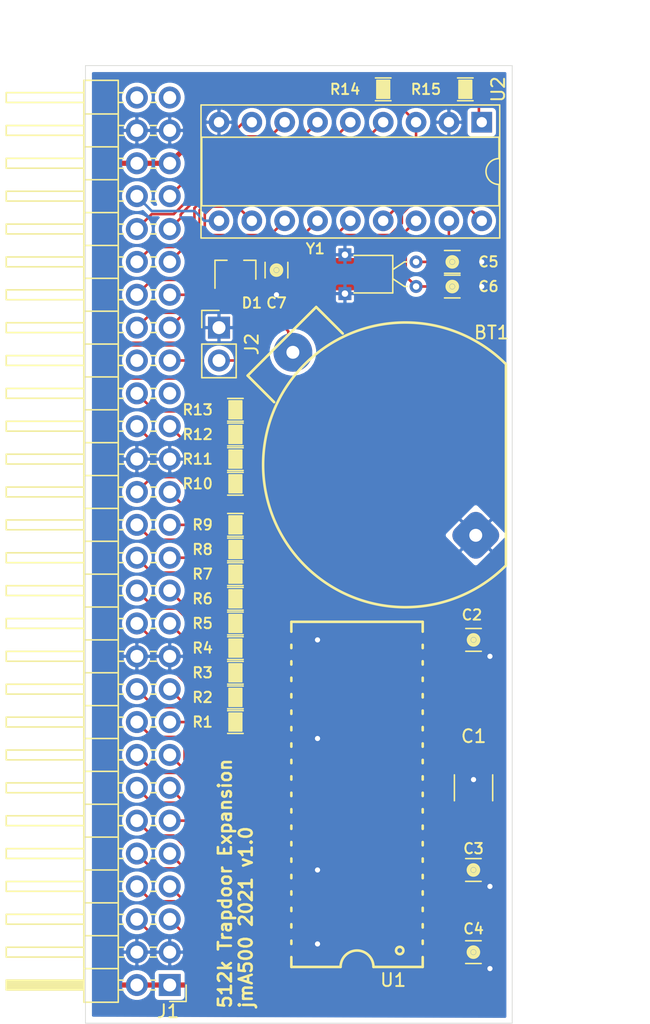
<source format=kicad_pcb>
(kicad_pcb (version 20171130) (host pcbnew 5.1.5+dfsg1-2build2)
  (layers (0 F.Cu signal) (31 B.Cu signal) (34 B.Paste user) (35 F.Paste user) (36 B.SilkS user) (37 F.SilkS user) (38 B.Mask user) (39 F.Mask user) (44 Edge.Cuts user))
  (net 0 "")
  (net 1 "Net-(BT1-Pad1)")
  (net 2 GND)
  (net 3 +5V)
  (net 4 "Net-(J1-Pad23)")
  (net 5 /A0)
  (net 6 "Net-(J1-Pad24)")
  (net 7 /A1)
  (net 8 "Net-(J1-Pad25)")
  (net 9 /A2)
  (net 10 "Net-(J1-Pad26)")
  (net 11 /A3)
  (net 12 "Net-(J1-Pad27)")
  (net 13 /A4)
  (net 14 "Net-(J1-Pad28)")
  (net 15 /A5)
  (net 16 "Net-(J1-Pad29)")
  (net 17 /A6)
  (net 18 "Net-(J1-Pad30)")
  (net 19 /A7)
  (net 20 "Net-(J1-Pad31)")
  (net 21 /A8)
  (net 22 "Net-(J1-Pad35)")
  (net 23 "Net-(J1-Pad36)")
  (net 24 "Net-(J1-Pad38)")
  (net 25 "Net-(J1-Pad39)")
  (net 26 /R~W)
  (net 27 /~RAS)
  (net 28 /~CASL)
  (net 29 /~CASU)
  (net 30 /D3)
  (net 31 /D2)
  (net 32 /D0)
  (net 33 /D1)
  (net 34 /D6)
  (net 35 /D7)
  (net 36 /D5)
  (net 37 /D4)
  (net 38 /D11)
  (net 39 /D10)
  (net 40 /D9)
  (net 41 /D8)
  (net 42 /D15)
  (net 43 /D14)
  (net 44 /D13)
  (net 45 /D12)
  (net 46 /~XCLKWR)
  (net 47 /XD3)
  (net 48 /XD2)
  (net 49 /XA2)
  (net 50 /XD1)
  (net 51 /XA3)
  (net 52 /XD0)
  (net 53 /XA4)
  (net 54 /~XCLKRD)
  (net 55 /XA5)
  (net 56 "Net-(C7-Pad2)")
  (net 57 "Net-(C5-Pad2)")
  (net 58 /~EXRAM)
  (net 59 "Net-(R14-Pad1)")
  (net 60 "Net-(R15-Pad2)")
  (net 61 "Net-(C6-Pad2)")
  (module Conn2:BAT-CR2023-45 (layer F.Cu) (at 67.666346 98.781346 315)
    (fp_text reference BT1 (at 7.488479 -11.943741) (layer F.SilkS))
    (fp_text value "CR2032 Battery Holder")
    (pad 1 thru_hole circle (at -2.3 0 315) (size 3 3) (drill 1) (layers *.Cu *.Mask) (net 1 "Net-(BT1-Pad1)"))
    (pad 2 thru_hole roundrect (at 17.7 0 315) (size 3 3) (drill 1) (layers *.Cu *.Mask) (net 2 GND))
  )
  (module Pin_Headers:Pin_Header_Angled_2x28_Pitch2.54mm (layer F.Cu) (at 56.515 146.05 180)
    (fp_text reference J1 (at 0.127 -2.032) (layer F.SilkS))
    (fp_text value TRAPDOOR-CONNECTOR)
    (pad 1 thru_hole rect (at 0 0 180) (size 1.7 1.7) (drill 1) (layers *.Cu *.Mask) (net 3 +5V))
    (pad 2 thru_hole oval (at 2.54 0 180) (size 1.7 1.7) (drill 1) (layers *.Cu *.Mask) (net 3 +5V))
    (pad 3 thru_hole oval (at 0 2.54 180) (size 1.7 1.7) (drill 1) (layers *.Cu *.Mask) (net 2 GND))
    (pad 4 thru_hole oval (at 2.54 2.54 180) (size 1.7 1.7) (drill 1) (layers *.Cu *.Mask) (net 2 GND))
    (pad 5 thru_hole oval (at 0 5.08 180) (size 1.7 1.7) (drill 1) (layers *.Cu *.Mask) (net 32 /D0))
    (pad 6 thru_hole oval (at 2.54 5.08 180) (size 1.7 1.7) (drill 1) (layers *.Cu *.Mask) (net 33 /D1))
    (pad 7 thru_hole oval (at 0 7.62 180) (size 1.7 1.7) (drill 1) (layers *.Cu *.Mask) (net 31 /D2))
    (pad 8 thru_hole oval (at 2.54 7.62 180) (size 1.7 1.7) (drill 1) (layers *.Cu *.Mask) (net 30 /D3))
    (pad 9 thru_hole oval (at 0 10.16 180) (size 1.7 1.7) (drill 1) (layers *.Cu *.Mask) (net 37 /D4))
    (pad 10 thru_hole oval (at 2.54 10.16 180) (size 1.7 1.7) (drill 1) (layers *.Cu *.Mask) (net 36 /D5))
    (pad 11 thru_hole oval (at 0 12.7 180) (size 1.7 1.7) (drill 1) (layers *.Cu *.Mask) (net 34 /D6))
    (pad 12 thru_hole oval (at 2.54 12.7 180) (size 1.7 1.7) (drill 1) (layers *.Cu *.Mask) (net 35 /D7))
    (pad 13 thru_hole oval (at 0 15.24 180) (size 1.7 1.7) (drill 1) (layers *.Cu *.Mask) (net 41 /D8))
    (pad 14 thru_hole oval (at 2.54 15.24 180) (size 1.7 1.7) (drill 1) (layers *.Cu *.Mask) (net 40 /D9))
    (pad 15 thru_hole oval (at 0 17.78 180) (size 1.7 1.7) (drill 1) (layers *.Cu *.Mask) (net 39 /D10))
    (pad 16 thru_hole oval (at 2.54 17.78 180) (size 1.7 1.7) (drill 1) (layers *.Cu *.Mask) (net 38 /D11))
    (pad 17 thru_hole oval (at 0 20.32 180) (size 1.7 1.7) (drill 1) (layers *.Cu *.Mask) (net 45 /D12))
    (pad 18 thru_hole oval (at 2.54 20.32 180) (size 1.7 1.7) (drill 1) (layers *.Cu *.Mask) (net 44 /D13))
    (pad 19 thru_hole oval (at 0 22.86 180) (size 1.7 1.7) (drill 1) (layers *.Cu *.Mask) (net 43 /D14))
    (pad 20 thru_hole oval (at 2.54 22.86 180) (size 1.7 1.7) (drill 1) (layers *.Cu *.Mask) (net 42 /D15))
    (pad 21 thru_hole oval (at 0 25.4 180) (size 1.7 1.7) (drill 1) (layers *.Cu *.Mask) (net 2 GND))
    (pad 22 thru_hole oval (at 2.54 25.4 180) (size 1.7 1.7) (drill 1) (layers *.Cu *.Mask) (net 2 GND))
    (pad 23 thru_hole oval (at 0 27.94 180) (size 1.7 1.7) (drill 1) (layers *.Cu *.Mask) (net 4 "Net-(J1-Pad23)"))
    (pad 24 thru_hole oval (at 2.54 27.94 180) (size 1.7 1.7) (drill 1) (layers *.Cu *.Mask) (net 6 "Net-(J1-Pad24)"))
    (pad 25 thru_hole oval (at 0 30.48 180) (size 1.7 1.7) (drill 1) (layers *.Cu *.Mask) (net 8 "Net-(J1-Pad25)"))
    (pad 26 thru_hole oval (at 2.54 30.48 180) (size 1.7 1.7) (drill 1) (layers *.Cu *.Mask) (net 10 "Net-(J1-Pad26)"))
    (pad 27 thru_hole oval (at 0 33.02 180) (size 1.7 1.7) (drill 1) (layers *.Cu *.Mask) (net 12 "Net-(J1-Pad27)"))
    (pad 28 thru_hole oval (at 2.54 33.02 180) (size 1.7 1.7) (drill 1) (layers *.Cu *.Mask) (net 14 "Net-(J1-Pad28)"))
    (pad 29 thru_hole oval (at 0 35.56 180) (size 1.7 1.7) (drill 1) (layers *.Cu *.Mask) (net 16 "Net-(J1-Pad29)"))
    (pad 30 thru_hole oval (at 2.54 35.56 180) (size 1.7 1.7) (drill 1) (layers *.Cu *.Mask) (net 18 "Net-(J1-Pad30)"))
    (pad 31 thru_hole oval (at 0 38.1 180) (size 1.7 1.7) (drill 1) (layers *.Cu *.Mask) (net 20 "Net-(J1-Pad31)"))
    (pad 32 thru_hole oval (at 2.54 38.1 180) (size 1.7 1.7) (drill 1) (layers *.Cu *.Mask) (net 58 /~EXRAM))
    (pad 33 thru_hole oval (at 0 40.64 180) (size 1.7 1.7) (drill 1) (layers *.Cu *.Mask) (net 2 GND))
    (pad 34 thru_hole oval (at 2.54 40.64 180) (size 1.7 1.7) (drill 1) (layers *.Cu *.Mask) (net 2 GND))
    (pad 35 thru_hole oval (at 0 43.18 180) (size 1.7 1.7) (drill 1) (layers *.Cu *.Mask) (net 22 "Net-(J1-Pad35)"))
    (pad 36 thru_hole oval (at 2.54 43.18 180) (size 1.7 1.7) (drill 1) (layers *.Cu *.Mask) (net 23 "Net-(J1-Pad36)"))
    (pad 37 thru_hole oval (at 0 45.72 180) (size 1.7 1.7) (drill 1) (layers *.Cu *.Mask))
    (pad 38 thru_hole oval (at 2.54 45.72 180) (size 1.7 1.7) (drill 1) (layers *.Cu *.Mask) (net 24 "Net-(J1-Pad38)"))
    (pad 39 thru_hole oval (at 0 48.26 180) (size 1.7 1.7) (drill 1) (layers *.Cu *.Mask) (net 25 "Net-(J1-Pad39)"))
    (pad 40 thru_hole oval (at 2.54 48.26 180) (size 1.7 1.7) (drill 1) (layers *.Cu *.Mask))
    (pad 41 thru_hole oval (at 0 50.8 180) (size 1.7 1.7) (drill 1) (layers *.Cu *.Mask) (net 52 /XD0))
    (pad 42 thru_hole oval (at 2.54 50.8 180) (size 1.7 1.7) (drill 1) (layers *.Cu *.Mask) (net 50 /XD1))
    (pad 43 thru_hole oval (at 0 53.34 180) (size 1.7 1.7) (drill 1) (layers *.Cu *.Mask) (net 48 /XD2))
    (pad 44 thru_hole oval (at 2.54 53.34 180) (size 1.7 1.7) (drill 1) (layers *.Cu *.Mask) (net 47 /XD3))
    (pad 45 thru_hole oval (at 0 55.88 180) (size 1.7 1.7) (drill 1) (layers *.Cu *.Mask) (net 49 /XA2))
    (pad 46 thru_hole oval (at 2.54 55.88 180) (size 1.7 1.7) (drill 1) (layers *.Cu *.Mask) (net 51 /XA3))
    (pad 47 thru_hole oval (at 0 58.42 180) (size 1.7 1.7) (drill 1) (layers *.Cu *.Mask) (net 53 /XA4))
    (pad 48 thru_hole oval (at 2.54 58.42 180) (size 1.7 1.7) (drill 1) (layers *.Cu *.Mask) (net 55 /XA5))
    (pad 49 thru_hole oval (at 0 60.96 180) (size 1.7 1.7) (drill 1) (layers *.Cu *.Mask) (net 54 /~XCLKRD))
    (pad 50 thru_hole oval (at 2.54 60.96 180) (size 1.7 1.7) (drill 1) (layers *.Cu *.Mask) (net 46 /~XCLKWR))
    (pad 51 thru_hole oval (at 0 63.5 180) (size 1.7 1.7) (drill 1) (layers *.Cu *.Mask) (net 3 +5V))
    (pad 52 thru_hole oval (at 2.54 63.5 180) (size 1.7 1.7) (drill 1) (layers *.Cu *.Mask) (net 3 +5V))
    (pad 53 thru_hole oval (at 0 66.04 180) (size 1.7 1.7) (drill 1) (layers *.Cu *.Mask) (net 2 GND))
    (pad 54 thru_hole oval (at 2.54 66.04 180) (size 1.7 1.7) (drill 1) (layers *.Cu *.Mask) (net 2 GND))
    (pad 55 thru_hole oval (at 0 68.58 180) (size 1.7 1.7) (drill 1) (layers *.Cu *.Mask))
    (pad 56 thru_hole oval (at 2.54 68.58 180) (size 1.7 1.7) (drill 1) (layers *.Cu *.Mask))
  )
  (module Pin_Headers:Pin_Header_Straight_1x02_Pitch2.54mm (layer F.Cu) (at 60.325 95.25)
    (fp_text reference J2 (at 2.54 1.27 90) (layer F.SilkS))
    (fp_text value CONN_01X02)
    (pad 1 thru_hole rect (at 0 0) (size 1.7 1.7) (drill 1) (layers *.Cu *.Mask) (net 2 GND))
    (pad 2 thru_hole oval (at 0 2.54) (size 1.7 1.7) (drill 1) (layers *.Cu *.Mask) (net 58 /~EXRAM))
  )
  (module TO_SOT_Packages_SMD:SOT-23 (layer F.Cu) (at 61.595 90.805 90)
    (fp_text reference D1 (at -2.54 1.27 180) (layer F.SilkS) (effects (font (size 0.8 0.8))))
    (fp_text value BAT54C)
    (pad 1 smd rect (at -1 -0.95 90) (size 0.9 0.8) (layers F.Cu F.Paste F.Mask) (net 3 +5V))
    (pad 2 smd rect (at -1 0.95 90) (size 0.9 0.8) (layers F.Cu F.Paste F.Mask) (net 1 "Net-(BT1-Pad1)"))
    (pad 3 smd rect (at 1 0 90) (size 0.9 0.8) (layers F.Cu F.Paste F.Mask) (net 56 "Net-(C7-Pad2)"))
  )
  (module own_ics:SOJ-40 (layer F.Cu) (at 71 131.445 90)
    (fp_text reference U1 (at -14.224 2.794) (layer F.SilkS))
    (fp_text value DRAM-256kx16-SOJ)
    (pad 17 smd rect (at 8.382 5.0292 90) (size 0.635 2.286) (layers F.Cu F.Paste F.Mask) (net 19 /A7))
    (pad 21 smd rect (at 12.192 -5.08 270) (size 0.635 2.286) (layers F.Cu F.Paste F.Mask) (net 2 GND))
    (pad 20 smd rect (at 12.192 5.0292 90) (size 0.635 2.286) (layers F.Cu F.Paste F.Mask) (net 3 +5V))
    (pad 16 smd rect (at 7.112 5.0292 90) (size 0.635 2.286) (layers F.Cu F.Paste F.Mask) (net 13 /A4))
    (pad 34 smd rect (at -4.318 -5.0292 90) (size 0.635 2.286) (layers F.Cu F.Paste F.Mask) (net 44 /D13))
    (pad 26 smd rect (at 5.842 -5.0292 90) (size 0.635 2.286) (layers F.Cu F.Paste F.Mask) (net 7 /A1))
    (pad 40 smd rect (at -11.938 -5.0292 90) (size 0.635 2.286) (layers F.Cu F.Paste F.Mask) (net 2 GND))
    (pad 31 smd rect (at -0.508 -5.0292 90) (size 0.635 2.286) (layers F.Cu F.Paste F.Mask) (net 43 /D14))
    (pad 19 smd rect (at 10.922 5.0292 90) (size 0.635 2.286) (layers F.Cu F.Paste F.Mask) (net 21 /A8))
    (pad 27 smd rect (at 4.572 -5.0292 90) (size 0.635 2.286) (layers F.Cu F.Paste F.Mask) (net 2 GND))
    (pad 15 smd rect (at 5.842 5.0292 90) (size 0.635 2.286) (layers F.Cu F.Paste F.Mask))
    (pad 23 smd rect (at 9.652 -5.0292 90) (size 0.635 2.286) (layers F.Cu F.Paste F.Mask) (net 9 /A2))
    (pad 28 smd rect (at 3.302 -5.0292 90) (size 0.635 2.286) (layers F.Cu F.Paste F.Mask) (net 29 /~CASU))
    (pad 14 smd rect (at 4.572 5.0292 90) (size 0.635 2.286) (layers F.Cu F.Paste F.Mask) (net 27 /~RAS))
    (pad 22 smd rect (at 10.922 -5.0292 90) (size 0.635 2.286) (layers F.Cu F.Paste F.Mask) (net 15 /A5))
    (pad 24 smd rect (at 8.382 -5.0292 90) (size 0.635 2.286) (layers F.Cu F.Paste F.Mask) (net 11 /A3))
    (pad 6 smd rect (at -5.588 5.0292 90) (size 0.635 2.286) (layers F.Cu F.Paste F.Mask) (net 3 +5V))
    (pad 10 smd rect (at -0.508 5.0292 90) (size 0.635 2.286) (layers F.Cu F.Paste F.Mask) (net 34 /D6))
    (pad 36 smd rect (at -6.858 -5.0292 90) (size 0.635 2.286) (layers F.Cu F.Paste F.Mask) (net 39 /D10))
    (pad 5 smd rect (at -6.858 5.0292 90) (size 0.635 2.286) (layers F.Cu F.Paste F.Mask) (net 31 /D2))
    (pad 9 smd rect (at -1.778 5.0292 90) (size 0.635 2.286) (layers F.Cu F.Paste F.Mask) (net 35 /D7))
    (pad 7 smd rect (at -4.318 5.0292 90) (size 0.635 2.286) (layers F.Cu F.Paste F.Mask) (net 36 /D5))
    (pad 12 smd rect (at 2.032 5.0292 90) (size 0.635 2.286) (layers F.Cu F.Paste F.Mask))
    (pad 3 smd rect (at -9.398 5.0292 90) (size 0.635 2.286) (layers F.Cu F.Paste F.Mask) (net 32 /D0))
    (pad 4 smd rect (at -8.128 5.0292 90) (size 0.635 2.286) (layers F.Cu F.Paste F.Mask) (net 30 /D3))
    (pad 2 smd rect (at -10.668 5.0292 90) (size 0.635 2.286) (layers F.Cu F.Paste F.Mask) (net 33 /D1))
    (pad 1 smd rect (at -11.938 5.0292 90) (size 0.635 2.286) (layers F.Cu F.Paste F.Mask) (net 3 +5V))
    (pad 30 smd rect (at 0.762 -5.0292 90) (size 0.635 2.286) (layers F.Cu F.Paste F.Mask))
    (pad 25 smd rect (at 7.112 -5.0292 90) (size 0.635 2.286) (layers F.Cu F.Paste F.Mask) (net 5 /A0))
    (pad 13 smd rect (at 3.302 5.0292 90) (size 0.635 2.286) (layers F.Cu F.Paste F.Mask) (net 26 /R~W))
    (pad 37 smd rect (at -8.128 -5.0292 90) (size 0.635 2.286) (layers F.Cu F.Paste F.Mask) (net 38 /D11))
    (pad 38 smd rect (at -9.398 -5.0292 90) (size 0.635 2.286) (layers F.Cu F.Paste F.Mask) (net 41 /D8))
    (pad 39 smd rect (at -10.668 -5.0292 90) (size 0.635 2.286) (layers F.Cu F.Paste F.Mask) (net 40 /D9))
    (pad 35 smd rect (at -5.588 -5.0292 90) (size 0.635 2.286) (layers F.Cu F.Paste F.Mask) (net 2 GND))
    (pad 29 smd rect (at 2.032 -5.0292 90) (size 0.635 2.286) (layers F.Cu F.Paste F.Mask) (net 28 /~CASL))
    (pad 32 smd rect (at -1.778 -5.0292 90) (size 0.635 2.286) (layers F.Cu F.Paste F.Mask) (net 42 /D15))
    (pad 33 smd rect (at -3.048 -5.0292 90) (size 0.635 2.286) (layers F.Cu F.Paste F.Mask) (net 45 /D12))
    (pad 8 smd rect (at -3.048 5.0292 90) (size 0.635 2.286) (layers F.Cu F.Paste F.Mask) (net 37 /D4))
    (pad 11 smd rect (at 0.762 5.0292 90) (size 0.635 2.286) (layers F.Cu F.Paste F.Mask))
    (pad 18 smd rect (at 9.652 5.0292 90) (size 0.635 2.286) (layers F.Cu F.Paste F.Mask) (net 17 /A6))
  )
  (module Crystals:Crystal_DS26_d2.0mm_l6.0mm_Horizontal_1EP_style2 (layer F.Cu) (at 75.565 90.17 270)
    (fp_text reference Y1 (at -1.016 7.786) (layer F.SilkS) (effects (font (size 0.8 0.8))))
    (fp_text value 32,768kHz)
    (pad 1 thru_hole circle (at 0 0 270) (size 1 1) (drill 0.5) (layers *.Cu *.Mask) (net 57 "Net-(C5-Pad2)"))
    (pad 2 thru_hole circle (at 1.9 0 270) (size 1 1) (drill 0.5) (layers *.Cu *.Mask) (net 61 "Net-(C6-Pad2)"))
    (pad 3 smd rect (at 0.95 5.5 270) (size 2.5 6) (layers F.Cu F.Paste F.Mask) (net 2 GND))
    (pad 3 thru_hole rect (at -0.55 5.5 270) (size 1 1) (drill 0.5) (layers *.Cu *.Mask) (net 2 GND))
    (pad 3 thru_hole rect (at 2.45 5.5 270) (size 1 1) (drill 0.5) (layers *.Cu *.Mask) (net 2 GND))
  )
  (module Housings_DIP:DIP-18_W7.62mm_Socket (layer F.Cu) (at 80.645 79.375 270)
    (fp_text reference U2 (at -2.54 -1.27 90) (layer F.SilkS))
    (fp_text value MSM6242)
    (pad 1 thru_hole rect (at 0 0 270) (size 1.6 1.6) (drill 0.8) (layers *.Cu *.Mask) (net 60 "Net-(R15-Pad2)"))
    (pad 10 thru_hole oval (at 7.62 20.32 270) (size 1.6 1.6) (drill 0.8) (layers *.Cu *.Mask) (net 46 /~XCLKWR))
    (pad 2 thru_hole oval (at 0 2.54 270) (size 1.6 1.6) (drill 0.8) (layers *.Cu *.Mask) (net 2 GND))
    (pad 11 thru_hole oval (at 7.62 17.78 270) (size 1.6 1.6) (drill 0.8) (layers *.Cu *.Mask) (net 47 /XD3))
    (pad 3 thru_hole oval (at 0 5.08 270) (size 1.6 1.6) (drill 0.8) (layers *.Cu *.Mask) (net 59 "Net-(R14-Pad1)"))
    (pad 12 thru_hole oval (at 7.62 15.24 270) (size 1.6 1.6) (drill 0.8) (layers *.Cu *.Mask) (net 48 /XD2))
    (pad 4 thru_hole oval (at 0 7.62 270) (size 1.6 1.6) (drill 0.8) (layers *.Cu *.Mask) (net 49 /XA2))
    (pad 13 thru_hole oval (at 7.62 12.7 270) (size 1.6 1.6) (drill 0.8) (layers *.Cu *.Mask) (net 50 /XD1))
    (pad 5 thru_hole oval (at 0 10.16 270) (size 1.6 1.6) (drill 0.8) (layers *.Cu *.Mask) (net 51 /XA3))
    (pad 14 thru_hole oval (at 7.62 10.16 270) (size 1.6 1.6) (drill 0.8) (layers *.Cu *.Mask) (net 52 /XD0))
    (pad 6 thru_hole oval (at 0 12.7 270) (size 1.6 1.6) (drill 0.8) (layers *.Cu *.Mask) (net 53 /XA4))
    (pad 15 thru_hole oval (at 7.62 7.62 270) (size 1.6 1.6) (drill 0.8) (layers *.Cu *.Mask) (net 59 "Net-(R14-Pad1)"))
    (pad 7 thru_hole oval (at 0 15.24 270) (size 1.6 1.6) (drill 0.8) (layers *.Cu *.Mask) (net 55 /XA5))
    (pad 16 thru_hole oval (at 7.62 5.08 270) (size 1.6 1.6) (drill 0.8) (layers *.Cu *.Mask) (net 61 "Net-(C6-Pad2)"))
    (pad 8 thru_hole oval (at 0 17.78 270) (size 1.6 1.6) (drill 0.8) (layers *.Cu *.Mask) (net 54 /~XCLKRD))
    (pad 17 thru_hole oval (at 7.62 2.54 270) (size 1.6 1.6) (drill 0.8) (layers *.Cu *.Mask) (net 57 "Net-(C5-Pad2)"))
    (pad 9 thru_hole oval (at 0 20.32 270) (size 1.6 1.6) (drill 0.8) (layers *.Cu *.Mask) (net 2 GND))
    (pad 18 thru_hole oval (at 7.62 0 270) (size 1.6 1.6) (drill 0.8) (layers *.Cu *.Mask) (net 56 "Net-(C7-Pad2)"))
  )
  (module discrete:R_0805 (layer F.Cu) (at 79.375 76.835)
    (fp_text reference R15 (at -3.048 0 180) (layer F.SilkS) (effects (font (size 0.8 0.8))))
    (fp_text value 4k7)
    (pad 2 smd rect (at 1.05 0) (size 0.9 1.3) (layers F.Cu F.Paste F.Mask) (net 60 "Net-(R15-Pad2)"))
    (pad 1 smd rect (at -1.05 0) (size 0.9 1.3) (layers F.Cu F.Paste F.Mask) (net 3 +5V))
  )
  (module discrete:R_0805 (layer F.Cu) (at 73.025 76.835 180)
    (fp_text reference R14 (at 2.955 0) (layer F.SilkS) (effects (font (size 0.8 0.8))))
    (fp_text value 4k7)
    (pad 2 smd rect (at 1.05 0 180) (size 0.9 1.3) (layers F.Cu F.Paste F.Mask) (net 3 +5V))
    (pad 1 smd rect (at -1.05 0 180) (size 0.9 1.3) (layers F.Cu F.Paste F.Mask) (net 59 "Net-(R14-Pad1)"))
  )
  (module discrete:R_0805 (layer F.Cu) (at 61.595 101.6)
    (fp_text reference R13 (at -2.921 0 180) (layer F.SilkS) (effects (font (size 0.8 0.8))))
    (fp_text value 68R)
    (pad 2 smd rect (at 1.05 0) (size 0.9 1.3) (layers F.Cu F.Paste F.Mask) (net 25 "Net-(J1-Pad39)"))
    (pad 1 smd rect (at -1.05 0) (size 0.9 1.3) (layers F.Cu F.Paste F.Mask) (net 26 /R~W))
  )
  (module discrete:R_0805 (layer F.Cu) (at 61.595 103.505 180)
    (fp_text reference R12 (at 2.921 0) (layer F.SilkS) (effects (font (size 0.8 0.8))))
    (fp_text value 68R)
    (pad 2 smd rect (at 1.05 0 180) (size 0.9 1.3) (layers F.Cu F.Paste F.Mask) (net 24 "Net-(J1-Pad38)"))
    (pad 1 smd rect (at -1.05 0 180) (size 0.9 1.3) (layers F.Cu F.Paste F.Mask) (net 27 /~RAS))
  )
  (module discrete:R_0805 (layer F.Cu) (at 61.595 107.315 180)
    (fp_text reference R10 (at 2.921 0 180) (layer F.SilkS) (effects (font (size 0.8 0.8))))
    (fp_text value 68R)
    (pad 2 smd rect (at 1.05 0 180) (size 0.9 1.3) (layers F.Cu F.Paste F.Mask) (net 23 "Net-(J1-Pad36)"))
    (pad 1 smd rect (at -1.05 0 180) (size 0.9 1.3) (layers F.Cu F.Paste F.Mask) (net 29 /~CASU))
  )
  (module discrete:R_0805 (layer F.Cu) (at 61.595 105.41 180)
    (fp_text reference R11 (at 2.921 0) (layer F.SilkS) (effects (font (size 0.8 0.8))))
    (fp_text value 68R)
    (pad 2 smd rect (at 1.05 0 180) (size 0.9 1.3) (layers F.Cu F.Paste F.Mask) (net 22 "Net-(J1-Pad35)"))
    (pad 1 smd rect (at -1.05 0 180) (size 0.9 1.3) (layers F.Cu F.Paste F.Mask) (net 28 /~CASL))
  )
  (module discrete:R_0805 (layer F.Cu) (at 61.595 110.49 180)
    (fp_text reference R9 (at 2.54 0) (layer F.SilkS) (effects (font (size 0.8 0.8))))
    (fp_text value 68R)
    (pad 2 smd rect (at 1.05 0 180) (size 0.9 1.3) (layers F.Cu F.Paste F.Mask) (net 20 "Net-(J1-Pad31)"))
    (pad 1 smd rect (at -1.05 0 180) (size 0.9 1.3) (layers F.Cu F.Paste F.Mask) (net 21 /A8))
  )
  (module discrete:R_0805 (layer F.Cu) (at 61.595 114.3 180)
    (fp_text reference R7 (at 2.54 0 180) (layer F.SilkS) (effects (font (size 0.8 0.8))))
    (fp_text value 68R)
    (pad 2 smd rect (at 1.05 0 180) (size 0.9 1.3) (layers F.Cu F.Paste F.Mask) (net 18 "Net-(J1-Pad30)"))
    (pad 1 smd rect (at -1.05 0 180) (size 0.9 1.3) (layers F.Cu F.Paste F.Mask) (net 19 /A7))
  )
  (module discrete:R_0805 (layer F.Cu) (at 61.595 112.395 180)
    (fp_text reference R8 (at 2.54 0) (layer F.SilkS) (effects (font (size 0.8 0.8))))
    (fp_text value 68R)
    (pad 2 smd rect (at 1.05 0 180) (size 0.9 1.3) (layers F.Cu F.Paste F.Mask) (net 16 "Net-(J1-Pad29)"))
    (pad 1 smd rect (at -1.05 0 180) (size 0.9 1.3) (layers F.Cu F.Paste F.Mask) (net 17 /A6))
  )
  (module discrete:R_0805 (layer F.Cu) (at 61.595 118.11 180)
    (fp_text reference R5 (at 2.54 0 180) (layer F.SilkS) (effects (font (size 0.8 0.8))))
    (fp_text value 68R)
    (pad 2 smd rect (at 1.05 0 180) (size 0.9 1.3) (layers F.Cu F.Paste F.Mask) (net 14 "Net-(J1-Pad28)"))
    (pad 1 smd rect (at -1.05 0 180) (size 0.9 1.3) (layers F.Cu F.Paste F.Mask) (net 15 /A5))
  )
  (module discrete:R_0805 (layer F.Cu) (at 61.595 116.205 180)
    (fp_text reference R6 (at 2.54 0 180) (layer F.SilkS) (effects (font (size 0.8 0.8))))
    (fp_text value 68R)
    (pad 2 smd rect (at 1.05 0 180) (size 0.9 1.3) (layers F.Cu F.Paste F.Mask) (net 12 "Net-(J1-Pad27)"))
    (pad 1 smd rect (at -1.05 0 180) (size 0.9 1.3) (layers F.Cu F.Paste F.Mask) (net 13 /A4))
  )
  (module discrete:R_0805 (layer F.Cu) (at 61.595 121.92 180)
    (fp_text reference R3 (at 2.54 0 180) (layer F.SilkS) (effects (font (size 0.8 0.8))))
    (fp_text value 68R)
    (pad 2 smd rect (at 1.05 0 180) (size 0.9 1.3) (layers F.Cu F.Paste F.Mask) (net 10 "Net-(J1-Pad26)"))
    (pad 1 smd rect (at -1.05 0 180) (size 0.9 1.3) (layers F.Cu F.Paste F.Mask) (net 11 /A3))
  )
  (module discrete:R_0805 (layer F.Cu) (at 61.595 120.015 180)
    (fp_text reference R4 (at 2.54 0 180) (layer F.SilkS) (effects (font (size 0.8 0.8))))
    (fp_text value 68R)
    (pad 2 smd rect (at 1.05 0 180) (size 0.9 1.3) (layers F.Cu F.Paste F.Mask) (net 8 "Net-(J1-Pad25)"))
    (pad 1 smd rect (at -1.05 0 180) (size 0.9 1.3) (layers F.Cu F.Paste F.Mask) (net 9 /A2))
  )
  (module discrete:R_0805 (layer F.Cu) (at 61.595 125.73 180)
    (fp_text reference R1 (at 2.54 0 180) (layer F.SilkS) (effects (font (size 0.8 0.8))))
    (fp_text value 68R)
    (pad 2 smd rect (at 1.05 0 180) (size 0.9 1.3) (layers F.Cu F.Paste F.Mask) (net 6 "Net-(J1-Pad24)"))
    (pad 1 smd rect (at -1.05 0 180) (size 0.9 1.3) (layers F.Cu F.Paste F.Mask) (net 7 /A1))
  )
  (module discrete:R_0805 (layer F.Cu) (at 61.595 123.825 180)
    (fp_text reference R2 (at 2.54 0 180) (layer F.SilkS) (effects (font (size 0.8 0.8))))
    (fp_text value 68R)
    (pad 2 smd rect (at 1.05 0 180) (size 0.9 1.3) (layers F.Cu F.Paste F.Mask) (net 4 "Net-(J1-Pad23)"))
    (pad 1 smd rect (at -1.05 0 180) (size 0.9 1.3) (layers F.Cu F.Paste F.Mask) (net 5 /A0))
  )
  (module discrete:C_0805 (layer F.Cu) (at 80 143.51 180)
    (fp_text reference C4 (at -0.01 1.8) (layer F.SilkS) (effects (font (size 0.8 0.8))))
    (fp_text value 100n)
    (pad 1 smd rect (at -1.05 0 180) (size 0.9 1.3) (layers F.Cu F.Paste F.Mask) (net 2 GND))
    (pad 2 smd rect (at 1.05 0 180) (size 0.9 1.3) (layers F.Cu F.Paste F.Mask) (net 3 +5V))
  )
  (module discrete:C_0805 (layer F.Cu) (at 80.01 119.38 180)
    (fp_text reference C2 (at 0.125 1.93) (layer F.SilkS) (effects (font (size 0.8 0.8))))
    (fp_text value 100n)
    (pad 1 smd rect (at -1.05 0 180) (size 0.9 1.3) (layers F.Cu F.Paste F.Mask) (net 2 GND))
    (pad 2 smd rect (at 1.05 0 180) (size 0.9 1.3) (layers F.Cu F.Paste F.Mask) (net 3 +5V))
  )
  (module discrete:C_0805 (layer F.Cu) (at 80 137.16 180)
    (fp_text reference C3 (at -0.01 1.65) (layer F.SilkS) (effects (font (size 0.8 0.8))))
    (fp_text value 100n)
    (pad 1 smd rect (at -1.05 0 180) (size 0.9 1.3) (layers F.Cu F.Paste F.Mask) (net 2 GND))
    (pad 2 smd rect (at 1.05 0 180) (size 0.9 1.3) (layers F.Cu F.Paste F.Mask) (net 3 +5V))
  )
  (module Capacitors_SMD:C_1210_HandSoldering (layer F.Cu) (at 80.01 130.81 90)
    (fp_text reference C1 (at 3.985 0.01 180) (layer F.SilkS))
    (fp_text value 22µ)
    (pad 1 smd rect (at -2 0 90) (size 2 2.5) (layers F.Cu F.Paste F.Mask) (net 3 +5V))
    (pad 2 smd rect (at 2 0 90) (size 2 2.5) (layers F.Cu F.Paste F.Mask) (net 2 GND))
  )
  (module discrete:C_0805 (layer F.Cu) (at 64.77 90.805 90)
    (fp_text reference C7 (at -2.54 0 180) (layer F.SilkS) (effects (font (size 0.8 0.8))))
    (fp_text value 1µ)
    (pad 1 smd rect (at -1.05 0 90) (size 0.9 1.3) (layers F.Cu F.Paste F.Mask) (net 2 GND))
    (pad 2 smd rect (at 1.05 0 90) (size 0.9 1.3) (layers F.Cu F.Paste F.Mask) (net 56 "Net-(C7-Pad2)"))
  )
  (module discrete:C_0805 (layer F.Cu) (at 78.365 90.17 180)
    (fp_text reference C5 (at -2.794 0) (layer F.SilkS) (effects (font (size 0.8 0.8))))
    (fp_text value 22p)
    (pad 1 smd rect (at -1.05 0 180) (size 0.9 1.3) (layers F.Cu F.Paste F.Mask) (net 2 GND))
    (pad 2 smd rect (at 1.05 0 180) (size 0.9 1.3) (layers F.Cu F.Paste F.Mask) (net 57 "Net-(C5-Pad2)"))
  )
  (module discrete:C_0805 (layer F.Cu) (at 78.365 92.075 180)
    (fp_text reference C6 (at -2.794 0) (layer F.SilkS) (effects (font (size 0.8 0.8))))
    (fp_text value 22p)
    (pad 1 smd rect (at -1.05 0 180) (size 0.9 1.3) (layers F.Cu F.Paste F.Mask) (net 2 GND))
    (pad 2 smd rect (at 1.05 0 180) (size 0.9 1.3) (layers F.Cu F.Paste F.Mask) (net 61 "Net-(C6-Pad2)"))
  )
  (gr_text "512k Trapdoor Expansion\njmA500 2021 v1.0" (at 61.595 147.955 90) (layer F.SilkS) (effects (font (size 1 1) (thickness 0.2)) (justify left)))
  (gr_line (start 50 75) (end 50 149) (layer Edge.Cuts) (width 0.05))
  (gr_line (start 83 75) (end 50 75) (layer Edge.Cuts) (width 0.05))
  (gr_line (start 83 149) (end 83 75) (layer Edge.Cuts) (width 0.05))
  (gr_line (start 50 149) (end 83 149) (layer Edge.Cuts) (width 0.05))
  (segment (start 62.545 92.39) (end 65.683654 95.528654) (width 0.2) (layer F.Cu) (net 1))
  (segment (start 65.683654 96.798654) (end 66.04 97.155) (width 0.2) (layer F.Cu) (net 1))
  (segment (start 65.683654 95.528654) (end 65.683654 96.798654) (width 0.2) (layer F.Cu) (net 1))
  (segment (start 62.545 91.805) (end 62.545 92.39) (width 0.2) (layer F.Cu) (net 1))
  (via (at 81.28 138.43) (size 0.8) (drill 0.4) (layers F.Cu B.Cu) (net 2))
  (segment (start 81.05 138.2) (end 81.28 138.43) (width 0.4) (layer F.Cu) (net 2))
  (segment (start 81.05 137.16) (end 81.05 138.2) (width 0.4) (layer F.Cu) (net 2))
  (via (at 81.28 144.78) (size 0.8) (drill 0.4) (layers F.Cu B.Cu) (net 2))
  (segment (start 81.05 144.55) (end 81.28 144.78) (width 0.4) (layer F.Cu) (net 2))
  (segment (start 81.05 143.51) (end 81.05 144.55) (width 0.4) (layer F.Cu) (net 2))
  (via (at 80.01 130.175) (size 0.8) (drill 0.4) (layers F.Cu B.Cu) (net 2))
  (segment (start 80.01 128.81) (end 80.01 130.175) (width 0.4) (layer F.Cu) (net 2))
  (via (at 81.28 120.65) (size 0.8) (drill 0.4) (layers F.Cu B.Cu) (net 2))
  (segment (start 81.06 120.43) (end 81.28 120.65) (width 0.4) (layer F.Cu) (net 2))
  (segment (start 81.06 119.38) (end 81.06 120.43) (width 0.4) (layer F.Cu) (net 2))
  (via (at 67.945 142.875) (size 0.8) (drill 0.4) (layers F.Cu B.Cu) (net 2))
  (segment (start 67.437 143.383) (end 67.945 142.875) (width 0.4) (layer F.Cu) (net 2))
  (segment (start 65.9708 143.383) (end 67.437 143.383) (width 0.4) (layer F.Cu) (net 2))
  (via (at 67.945 137.16) (size 0.8) (drill 0.4) (layers F.Cu B.Cu) (net 2))
  (segment (start 67.818 137.033) (end 67.945 137.16) (width 0.4) (layer F.Cu) (net 2))
  (segment (start 65.9708 137.033) (end 67.818 137.033) (width 0.4) (layer F.Cu) (net 2))
  (via (at 67.945 119.38) (size 0.8) (drill 0.4) (layers F.Cu B.Cu) (net 2))
  (segment (start 67.818 119.253) (end 67.945 119.38) (width 0.4) (layer F.Cu) (net 2))
  (segment (start 65.92 119.253) (end 67.818 119.253) (width 0.4) (layer F.Cu) (net 2))
  (via (at 67.945 127) (size 0.8) (drill 0.4) (layers F.Cu B.Cu) (net 2))
  (segment (start 67.818 126.873) (end 67.945 127) (width 0.4) (layer F.Cu) (net 2))
  (segment (start 65.9708 126.873) (end 67.818 126.873) (width 0.4) (layer F.Cu) (net 2))
  (via (at 80.645 90.17) (size 0.8) (drill 0.4) (layers F.Cu B.Cu) (net 2))
  (segment (start 79.415 90.17) (end 80.645 90.17) (width 0.4) (layer F.Cu) (net 2))
  (via (at 80.645 92.075) (size 0.8) (drill 0.4) (layers F.Cu B.Cu) (net 2))
  (segment (start 79.415 92.075) (end 80.645 92.075) (width 0.4) (layer F.Cu) (net 2))
  (via (at 64.77 92.71) (size 0.8) (drill 0.4) (layers F.Cu B.Cu) (net 2))
  (segment (start 64.77 91.855) (end 64.77 92.71) (width 0.4) (layer F.Cu) (net 2))
  (segment (start 70.065 89.62) (end 70.065 92.62) (width 0.4) (layer F.Cu) (net 2))
  (segment (start 56.515 82.55) (end 53.975 82.55) (width 0.4) (layer F.Cu) (net 3))
  (segment (start 78.823 143.383) (end 78.95 143.51) (width 0.4) (layer F.Cu) (net 3))
  (segment (start 76.0292 143.383) (end 78.823 143.383) (width 0.4) (layer F.Cu) (net 3))
  (segment (start 78.823 137.033) (end 78.95 137.16) (width 0.4) (layer F.Cu) (net 3))
  (segment (start 76.0292 137.033) (end 78.823 137.033) (width 0.4) (layer F.Cu) (net 3))
  (segment (start 59.215 147.5) (end 57.765 146.05) (width 0.4) (layer F.Cu) (net 3))
  (segment (start 79.5 147.5) (end 59.215 147.5) (width 0.4) (layer F.Cu) (net 3))
  (segment (start 80.01 146.99) (end 79.5 147.5) (width 0.4) (layer F.Cu) (net 3))
  (segment (start 78.95 137.16) (end 80.01 137.16) (width 0.4) (layer F.Cu) (net 3))
  (segment (start 79.8 143.51) (end 80.01 143.51) (width 0.4) (layer F.Cu) (net 3))
  (segment (start 78.95 143.51) (end 79.8 143.51) (width 0.4) (layer F.Cu) (net 3))
  (segment (start 80.01 143.51) (end 80.01 146.99) (width 0.4) (layer F.Cu) (net 3))
  (segment (start 80.01 137.16) (end 80.01 143.51) (width 0.4) (layer F.Cu) (net 3))
  (segment (start 80.01 137.16) (end 80.01 132.81) (width 0.4) (layer F.Cu) (net 3))
  (segment (start 78.833 119.253) (end 78.96 119.38) (width 0.4) (layer F.Cu) (net 3))
  (segment (start 76.0292 119.253) (end 78.833 119.253) (width 0.4) (layer F.Cu) (net 3))
  (segment (start 59.055 78.868998) (end 61.088998 76.835) (width 0.4) (layer F.Cu) (net 3))
  (segment (start 57.765 146.05) (end 56.515 146.05) (width 0.4) (layer F.Cu) (net 3))
  (segment (start 56.515 146.05) (end 53.975 146.05) (width 0.4) (layer F.Cu) (net 3))
  (segment (start 52.772919 146.05) (end 51.435 144.712081) (width 0.4) (layer F.Cu) (net 3))
  (segment (start 53.975 146.05) (end 52.772919 146.05) (width 0.4) (layer F.Cu) (net 3))
  (segment (start 51.435 83.82) (end 52.705 82.55) (width 0.4) (layer F.Cu) (net 3))
  (segment (start 52.705 82.55) (end 53.975 82.55) (width 0.4) (layer F.Cu) (net 3))
  (segment (start 51.435 96.52) (end 57.785 96.52) (width 0.4) (layer F.Cu) (net 3))
  (segment (start 51.435 144.712081) (end 51.435 96.52) (width 0.4) (layer F.Cu) (net 3))
  (segment (start 51.435 96.52) (end 51.435 83.82) (width 0.4) (layer F.Cu) (net 3))
  (segment (start 79.76 132.81) (end 80.01 132.81) (width 0.4) (layer F.Cu) (net 3))
  (segment (start 78.36 131.41) (end 79.76 132.81) (width 0.4) (layer F.Cu) (net 3))
  (segment (start 78.36 127.38) (end 78.36 131.41) (width 0.4) (layer F.Cu) (net 3))
  (segment (start 78.96 126.78) (end 78.36 127.38) (width 0.4) (layer F.Cu) (net 3))
  (segment (start 78.96 119.38) (end 78.96 126.78) (width 0.4) (layer F.Cu) (net 3))
  (segment (start 58.42 94.05212) (end 59.55501 92.91711) (width 0.4) (layer F.Cu) (net 3))
  (segment (start 58.42 95.885) (end 58.42 94.05212) (width 0.4) (layer F.Cu) (net 3))
  (segment (start 57.785 96.52) (end 58.42 95.885) (width 0.4) (layer F.Cu) (net 3))
  (segment (start 61.088998 76.835) (end 71.125 76.835) (width 0.4) (layer F.Cu) (net 3))
  (segment (start 71.125 76.835) (end 71.975 76.835) (width 0.4) (layer F.Cu) (net 3))
  (segment (start 57.765001 80.158997) (end 61.088998 76.835) (width 0.4) (layer F.Cu) (net 3))
  (segment (start 57.765001 81.299999) (end 57.765001 80.158997) (width 0.4) (layer F.Cu) (net 3))
  (segment (start 56.515 82.55) (end 57.765001 81.299999) (width 0.4) (layer F.Cu) (net 3))
  (segment (start 60.645 92.655) (end 60.645 91.805) (width 0.4) (layer F.Cu) (net 3))
  (segment (start 60.38289 92.91711) (end 60.645 92.655) (width 0.4) (layer F.Cu) (net 3))
  (segment (start 59.55501 92.91711) (end 60.38289 92.91711) (width 0.4) (layer F.Cu) (net 3))
  (segment (start 78.325 76.635) (end 78.325 76.835) (width 0.4) (layer F.Cu) (net 3))
  (segment (start 77.475 75.785) (end 78.325 76.635) (width 0.4) (layer F.Cu) (net 3))
  (segment (start 72.825001 75.784999) (end 77.475 75.785) (width 0.4) (layer F.Cu) (net 3))
  (segment (start 71.975 76.635) (end 72.825001 75.784999) (width 0.4) (layer F.Cu) (net 3))
  (segment (start 71.975 76.835) (end 71.975 76.635) (width 0.4) (layer F.Cu) (net 3))
  (segment (start 59.895 123.825) (end 60.545 123.825) (width 0.2) (layer F.Cu) (net 4))
  (segment (start 59.455011 123.385011) (end 59.895 123.825) (width 0.2) (layer F.Cu) (net 4))
  (segment (start 57.364999 119.232297) (end 59.455011 121.322309) (width 0.2) (layer F.Cu) (net 4))
  (segment (start 57.364999 118.959999) (end 57.364999 119.232297) (width 0.2) (layer F.Cu) (net 4))
  (segment (start 56.515 118.11) (end 57.364999 118.959999) (width 0.2) (layer F.Cu) (net 4))
  (segment (start 59.455011 121.322309) (end 59.455011 123.385011) (width 0.2) (layer F.Cu) (net 4))
  (segment (start 62.645 123.825) (end 63.5 123.825) (width 0.2) (layer F.Cu) (net 5))
  (segment (start 64.008 124.333) (end 65.9708 124.333) (width 0.2) (layer F.Cu) (net 5))
  (segment (start 63.5 123.825) (end 64.008 124.333) (width 0.2) (layer F.Cu) (net 5))
  (segment (start 60.545 125.53) (end 60.545 125.73) (width 0.2) (layer F.Cu) (net 6))
  (segment (start 53.975 118.11) (end 55.364999 119.499999) (width 0.2) (layer F.Cu) (net 6))
  (segment (start 59.055 121.487998) (end 59.055 123.825) (width 0.2) (layer F.Cu) (net 6))
  (segment (start 57.067001 119.499999) (end 59.055 121.487998) (width 0.2) (layer F.Cu) (net 6))
  (segment (start 55.364999 119.499999) (end 57.067001 119.499999) (width 0.2) (layer F.Cu) (net 6))
  (segment (start 59.055 123.825) (end 60.545 125.53) (width 0.2) (layer F.Cu) (net 6))
  (segment (start 65.8438 125.73) (end 65.9708 125.603) (width 0.2) (layer F.Cu) (net 7))
  (segment (start 62.645 125.73) (end 65.8438 125.73) (width 0.2) (layer F.Cu) (net 7))
  (segment (start 56.515 115.57) (end 59.055 118.11) (width 0.2) (layer F.Cu) (net 8))
  (segment (start 59.055 118.11) (end 59.055 119.38) (width 0.2) (layer F.Cu) (net 8))
  (segment (start 59.69 120.015) (end 60.545 120.015) (width 0.2) (layer F.Cu) (net 8))
  (segment (start 59.055 119.38) (end 59.69 120.015) (width 0.2) (layer F.Cu) (net 8))
  (segment (start 62.645 120.215) (end 62.645 120.015) (width 0.2) (layer F.Cu) (net 9))
  (segment (start 64.223 121.793) (end 62.645 120.215) (width 0.2) (layer F.Cu) (net 9))
  (segment (start 65.9708 121.793) (end 64.223 121.793) (width 0.2) (layer F.Cu) (net 9))
  (segment (start 53.975 115.57) (end 55.364999 116.959999) (width 0.2) (layer F.Cu) (net 10))
  (segment (start 59.895 121.07) (end 60.545 121.72) (width 0.2) (layer F.Cu) (net 10))
  (segment (start 58.585022 118.47802) (end 58.585022 119.683622) (width 0.2) (layer F.Cu) (net 10))
  (segment (start 60.545 121.72) (end 60.545 121.92) (width 0.2) (layer F.Cu) (net 10))
  (segment (start 59.895 120.9936) (end 59.895 121.07) (width 0.2) (layer F.Cu) (net 10))
  (segment (start 57.067001 116.959999) (end 58.585022 118.47802) (width 0.2) (layer F.Cu) (net 10))
  (segment (start 58.585022 119.683622) (end 59.895 120.9936) (width 0.2) (layer F.Cu) (net 10))
  (segment (start 55.364999 116.959999) (end 57.067001 116.959999) (width 0.2) (layer F.Cu) (net 10))
  (segment (start 63.4848 121.92) (end 62.645 121.92) (width 0.2) (layer F.Cu) (net 11))
  (segment (start 64.6278 123.063) (end 63.4848 121.92) (width 0.2) (layer F.Cu) (net 11))
  (segment (start 65.9708 123.063) (end 64.6278 123.063) (width 0.2) (layer F.Cu) (net 11))
  (segment (start 57.717081 113.03) (end 59.055 114.367919) (width 0.2) (layer F.Cu) (net 12))
  (segment (start 56.515 113.03) (end 57.717081 113.03) (width 0.2) (layer F.Cu) (net 12))
  (segment (start 59.895 116.205) (end 60.545 116.205) (width 0.2) (layer F.Cu) (net 12))
  (segment (start 59.055 115.365) (end 59.895 116.205) (width 0.2) (layer F.Cu) (net 12))
  (segment (start 59.055 114.367919) (end 59.055 115.365) (width 0.2) (layer F.Cu) (net 12))
  (segment (start 62.645 116.205) (end 65.9736 116.205) (width 0.2) (layer F.Cu) (net 13))
  (segment (start 65.9736 116.205) (end 74.1016 124.333) (width 0.2) (layer F.Cu) (net 13))
  (segment (start 74.1016 124.333) (end 74.6862 124.333) (width 0.2) (layer F.Cu) (net 13))
  (segment (start 74.6862 124.333) (end 76.0292 124.333) (width 0.2) (layer F.Cu) (net 13))
  (segment (start 55.125001 114.180001) (end 57.465001 114.180001) (width 0.2) (layer F.Cu) (net 14))
  (segment (start 53.975 113.03) (end 55.125001 114.180001) (width 0.2) (layer F.Cu) (net 14))
  (segment (start 58.32 115.035) (end 58.32 116.74) (width 0.2) (layer F.Cu) (net 14))
  (segment (start 57.465001 114.180001) (end 58.32 115.035) (width 0.2) (layer F.Cu) (net 14))
  (segment (start 59.69 118.11) (end 60.545 118.11) (width 0.2) (layer F.Cu) (net 14))
  (segment (start 58.32 116.74) (end 59.69 118.11) (width 0.2) (layer F.Cu) (net 14))
  (segment (start 64.858 120.523) (end 65.9708 120.523) (width 0.2) (layer F.Cu) (net 15))
  (segment (start 62.645 118.31) (end 64.858 120.523) (width 0.2) (layer F.Cu) (net 15))
  (segment (start 62.645 118.11) (end 62.645 118.31) (width 0.2) (layer F.Cu) (net 15))
  (segment (start 56.515 110.49) (end 57.785 110.49) (width 0.2) (layer F.Cu) (net 16))
  (segment (start 57.785 110.49) (end 59.69 112.395) (width 0.2) (layer F.Cu) (net 16))
  (segment (start 59.69 112.395) (end 60.545 112.395) (width 0.2) (layer F.Cu) (net 16))
  (segment (start 63.295 112.395) (end 72.693 121.793) (width 0.2) (layer F.Cu) (net 17))
  (segment (start 62.645 112.395) (end 63.295 112.395) (width 0.2) (layer F.Cu) (net 17))
  (segment (start 74.6862 121.793) (end 76.0292 121.793) (width 0.2) (layer F.Cu) (net 17))
  (segment (start 72.693 121.793) (end 74.6862 121.793) (width 0.2) (layer F.Cu) (net 17))
  (segment (start 55.125001 111.640001) (end 57.030001 111.640001) (width 0.2) (layer F.Cu) (net 18))
  (segment (start 53.975 110.49) (end 55.125001 111.640001) (width 0.2) (layer F.Cu) (net 18))
  (segment (start 59.69 114.3) (end 60.545 114.3) (width 0.2) (layer F.Cu) (net 18))
  (segment (start 57.030001 111.640001) (end 59.69 114.3) (width 0.2) (layer F.Cu) (net 18))
  (segment (start 73.3973 123.063) (end 74.6862 123.063) (width 0.2) (layer F.Cu) (net 19))
  (segment (start 62.645 114.3) (end 64.6343 114.3) (width 0.2) (layer F.Cu) (net 19))
  (segment (start 64.6343 114.3) (end 73.3973 123.063) (width 0.2) (layer F.Cu) (net 19))
  (segment (start 74.6862 123.063) (end 76.0292 123.063) (width 0.2) (layer F.Cu) (net 19))
  (segment (start 59.055 110.49) (end 60.545 110.49) (width 0.2) (layer F.Cu) (net 20))
  (segment (start 56.515 107.95) (end 59.055 110.49) (width 0.2) (layer F.Cu) (net 20))
  (segment (start 74.6862 120.523) (end 76.0292 120.523) (width 0.2) (layer F.Cu) (net 21))
  (segment (start 72.478 120.523) (end 74.6862 120.523) (width 0.2) (layer F.Cu) (net 21))
  (segment (start 62.645 110.49) (end 62.645 110.69) (width 0.2) (layer F.Cu) (net 21))
  (segment (start 62.645 110.69) (end 72.478 120.523) (width 0.2) (layer F.Cu) (net 21))
  (segment (start 56.515 102.87) (end 59.055 105.41) (width 0.2) (layer F.Cu) (net 22))
  (segment (start 59.055 105.41) (end 60.545 105.41) (width 0.2) (layer F.Cu) (net 22))
  (segment (start 60.122002 107.315) (end 60.545 107.315) (width 0.2) (layer F.Cu) (net 23))
  (segment (start 57.067001 104.259999) (end 60.122002 107.315) (width 0.2) (layer F.Cu) (net 23))
  (segment (start 55.364999 104.259999) (end 57.067001 104.259999) (width 0.2) (layer F.Cu) (net 23))
  (segment (start 53.975 102.87) (end 55.364999 104.259999) (width 0.2) (layer F.Cu) (net 23))
  (segment (start 59.055 103.505) (end 60.545 103.505) (width 0.2) (layer F.Cu) (net 24))
  (segment (start 55.364999 101.719999) (end 57.269999 101.719999) (width 0.2) (layer F.Cu) (net 24))
  (segment (start 57.269999 101.719999) (end 59.055 103.505) (width 0.2) (layer F.Cu) (net 24))
  (segment (start 53.975 100.33) (end 55.364999 101.719999) (width 0.2) (layer F.Cu) (net 24))
  (segment (start 62.645 101.4) (end 62.645 101.6) (width 0.2) (layer F.Cu) (net 25))
  (segment (start 61.335002 100.75) (end 61.995 100.75) (width 0.2) (layer F.Cu) (net 25))
  (segment (start 58.375002 97.79) (end 61.335002 100.75) (width 0.2) (layer F.Cu) (net 25))
  (segment (start 61.995 100.75) (end 62.645 101.4) (width 0.2) (layer F.Cu) (net 25))
  (segment (start 56.515 97.79) (end 58.375002 97.79) (width 0.2) (layer F.Cu) (net 25))
  (segment (start 60.545 101.6) (end 59.69 101.6) (width 0.2) (layer F.Cu) (net 26))
  (segment (start 53.220001 99.179999) (end 52.705 99.695) (width 0.2) (layer F.Cu) (net 26))
  (segment (start 63.240497 130.065499) (end 72.763701 130.065499) (width 0.2) (layer F.Cu) (net 26))
  (segment (start 59.794999 126.620001) (end 63.240497 130.065499) (width 0.2) (layer F.Cu) (net 26))
  (segment (start 57.269999 99.179999) (end 53.220001 99.179999) (width 0.2) (layer F.Cu) (net 26))
  (segment (start 52.705 99.695) (end 52.705 121.082002) (width 0.2) (layer F.Cu) (net 26))
  (segment (start 58.42 123.392998) (end 58.42 124.46) (width 0.2) (layer F.Cu) (net 26))
  (segment (start 56.947002 121.92) (end 58.42 123.392998) (width 0.2) (layer F.Cu) (net 26))
  (segment (start 52.705 121.082002) (end 53.542998 121.92) (width 0.2) (layer F.Cu) (net 26))
  (segment (start 53.542998 121.92) (end 56.947002 121.92) (width 0.2) (layer F.Cu) (net 26))
  (segment (start 58.42 124.46) (end 59.794999 125.834999) (width 0.2) (layer F.Cu) (net 26))
  (segment (start 74.6862 128.143) (end 76.0292 128.143) (width 0.2) (layer F.Cu) (net 26))
  (segment (start 72.763701 130.065499) (end 74.6862 128.143) (width 0.2) (layer F.Cu) (net 26))
  (segment (start 59.69 101.6) (end 57.269999 99.179999) (width 0.2) (layer F.Cu) (net 26))
  (segment (start 59.794999 125.834999) (end 59.794999 126.620001) (width 0.2) (layer F.Cu) (net 26))
  (segment (start 78.105 126.365) (end 77.597 126.873) (width 0.2) (layer F.Cu) (net 27))
  (segment (start 77.597 126.873) (end 76.0292 126.873) (width 0.2) (layer F.Cu) (net 27))
  (segment (start 78.105 120.65) (end 78.105 126.365) (width 0.2) (layer F.Cu) (net 27))
  (segment (start 77.360499 119.905499) (end 78.105 120.65) (width 0.2) (layer F.Cu) (net 27))
  (segment (start 63.5 110.49) (end 72.915499 119.905499) (width 0.2) (layer F.Cu) (net 27))
  (segment (start 63.5 103.71) (end 63.5 110.49) (width 0.2) (layer F.Cu) (net 27))
  (segment (start 63.295 103.505) (end 63.5 103.71) (width 0.2) (layer F.Cu) (net 27))
  (segment (start 72.915499 119.905499) (end 77.360499 119.905499) (width 0.2) (layer F.Cu) (net 27))
  (segment (start 62.645 103.505) (end 63.295 103.505) (width 0.2) (layer F.Cu) (net 27))
  (segment (start 65.9708 129.413) (end 64.008 129.413) (width 0.2) (layer F.Cu) (net 28))
  (segment (start 61.995011 108.750689) (end 61.995011 108.419311) (width 0.2) (layer F.Cu) (net 28))
  (segment (start 64.008 129.413) (end 61.295001 126.700001) (width 0.2) (layer F.Cu) (net 28))
  (segment (start 61.295001 126.700001) (end 61.295001 109.450699) (width 0.2) (layer F.Cu) (net 28))
  (segment (start 61.295001 109.450699) (end 61.995011 108.750689) (width 0.2) (layer F.Cu) (net 28))
  (segment (start 61.894999 108.319299) (end 61.995011 108.419311) (width 0.2) (layer F.Cu) (net 28))
  (segment (start 61.894999 105.510001) (end 61.894999 108.319299) (width 0.2) (layer F.Cu) (net 28))
  (segment (start 61.995 105.41) (end 61.894999 105.510001) (width 0.2) (layer F.Cu) (net 28))
  (segment (start 62.645 105.41) (end 61.995 105.41) (width 0.2) (layer F.Cu) (net 28))
  (segment (start 62.645 108.805) (end 62.645 107.315) (width 0.2) (layer F.Cu) (net 29))
  (segment (start 61.894999 126.620001) (end 61.894999 109.555001) (width 0.2) (layer F.Cu) (net 29))
  (segment (start 63.417998 128.143) (end 61.894999 126.620001) (width 0.2) (layer F.Cu) (net 29))
  (segment (start 61.894999 109.555001) (end 62.645 108.805) (width 0.2) (layer F.Cu) (net 29))
  (segment (start 65.9708 128.143) (end 63.417998 128.143) (width 0.2) (layer F.Cu) (net 29))
  (segment (start 53.975 138.43) (end 55.125001 139.580001) (width 0.2) (layer F.Cu) (net 30))
  (segment (start 74.6862 139.573) (end 76.0292 139.573) (width 0.2) (layer F.Cu) (net 30))
  (segment (start 63.456455 146.145055) (end 69.119945 146.145055) (width 0.2) (layer F.Cu) (net 30))
  (segment (start 55.125001 139.580001) (end 56.891401 139.580001) (width 0.2) (layer F.Cu) (net 30))
  (segment (start 56.891401 139.580001) (end 63.456455 146.145055) (width 0.2) (layer F.Cu) (net 30))
  (segment (start 69.119945 146.145055) (end 73.825022 141.439978) (width 0.2) (layer F.Cu) (net 30))
  (segment (start 73.825022 141.439978) (end 73.825022 140.434178) (width 0.2) (layer F.Cu) (net 30))
  (segment (start 73.825022 140.434178) (end 74.6862 139.573) (width 0.2) (layer F.Cu) (net 30))
  (segment (start 74.6862 138.303) (end 76.0292 138.303) (width 0.2) (layer F.Cu) (net 31))
  (segment (start 56.515 138.43) (end 63.830044 145.745044) (width 0.2) (layer F.Cu) (net 31))
  (segment (start 73.425011 141.204989) (end 73.425011 139.564189) (width 0.2) (layer F.Cu) (net 31))
  (segment (start 63.830044 145.745044) (end 68.884956 145.745044) (width 0.2) (layer F.Cu) (net 31))
  (segment (start 73.425011 139.564189) (end 74.6862 138.303) (width 0.2) (layer F.Cu) (net 31))
  (segment (start 68.884956 145.745044) (end 73.425011 141.204989) (width 0.2) (layer F.Cu) (net 31))
  (segment (start 69.501634 146.545066) (end 75.2037 140.843) (width 0.2) (layer F.Cu) (net 32))
  (segment (start 58.565699 141.819999) (end 63.290766 146.545066) (width 0.2) (layer F.Cu) (net 32))
  (segment (start 56.515 140.97) (end 57.364999 141.819999) (width 0.2) (layer F.Cu) (net 32))
  (segment (start 57.364999 141.819999) (end 58.565699 141.819999) (width 0.2) (layer F.Cu) (net 32))
  (segment (start 75.2037 140.843) (end 76.0292 140.843) (width 0.2) (layer F.Cu) (net 32))
  (segment (start 63.290766 146.545066) (end 69.501634 146.545066) (width 0.2) (layer F.Cu) (net 32))
  (segment (start 69.854123 146.945077) (end 74.6862 142.113) (width 0.2) (layer F.Cu) (net 33))
  (segment (start 63.125077 146.945077) (end 69.854123 146.945077) (width 0.2) (layer F.Cu) (net 33))
  (segment (start 58.539999 142.359999) (end 63.125077 146.945077) (width 0.2) (layer F.Cu) (net 33))
  (segment (start 53.975 140.97) (end 55.364999 142.359999) (width 0.2) (layer F.Cu) (net 33))
  (segment (start 74.6862 142.113) (end 76.0292 142.113) (width 0.2) (layer F.Cu) (net 33))
  (segment (start 55.364999 142.359999) (end 58.539999 142.359999) (width 0.2) (layer F.Cu) (net 33))
  (segment (start 74.422 131.953) (end 76.0292 131.953) (width 0.2) (layer F.Cu) (net 34))
  (segment (start 67.945 144.145) (end 71.12 140.97) (width 0.2) (layer F.Cu) (net 34))
  (segment (start 59.055 138.43) (end 64.77 144.145) (width 0.2) (layer F.Cu) (net 34))
  (segment (start 56.515 133.35) (end 57.717081 133.35) (width 0.2) (layer F.Cu) (net 34))
  (segment (start 71.12 135.255) (end 74.422 131.953) (width 0.2) (layer F.Cu) (net 34))
  (segment (start 59.055 134.687919) (end 59.055 138.43) (width 0.2) (layer F.Cu) (net 34))
  (segment (start 71.12 140.97) (end 71.12 135.255) (width 0.2) (layer F.Cu) (net 34))
  (segment (start 57.717081 133.35) (end 59.055 134.687919) (width 0.2) (layer F.Cu) (net 34))
  (segment (start 64.77 144.145) (end 67.945 144.145) (width 0.2) (layer F.Cu) (net 34))
  (segment (start 64.604311 144.545011) (end 68.179989 144.545011) (width 0.2) (layer F.Cu) (net 35))
  (segment (start 74.6862 133.223) (end 76.0292 133.223) (width 0.2) (layer F.Cu) (net 35))
  (segment (start 56.827003 134.500001) (end 58.654989 136.327987) (width 0.2) (layer F.Cu) (net 35))
  (segment (start 68.179989 144.545011) (end 71.755 140.97) (width 0.2) (layer F.Cu) (net 35))
  (segment (start 53.975 133.35) (end 55.125001 134.500001) (width 0.2) (layer F.Cu) (net 35))
  (segment (start 71.755 136.1542) (end 74.6862 133.223) (width 0.2) (layer F.Cu) (net 35))
  (segment (start 71.755 140.97) (end 71.755 136.1542) (width 0.2) (layer F.Cu) (net 35))
  (segment (start 58.654989 138.595689) (end 64.604311 144.545011) (width 0.2) (layer F.Cu) (net 35))
  (segment (start 58.654989 136.327987) (end 58.654989 138.595689) (width 0.2) (layer F.Cu) (net 35))
  (segment (start 55.125001 134.500001) (end 56.827003 134.500001) (width 0.2) (layer F.Cu) (net 35))
  (segment (start 55.125001 137.040001) (end 57.030001 137.040001) (width 0.2) (layer F.Cu) (net 36))
  (segment (start 57.854967 137.864967) (end 57.854967 138.927067) (width 0.2) (layer F.Cu) (net 36))
  (segment (start 57.030001 137.040001) (end 57.854967 137.864967) (width 0.2) (layer F.Cu) (net 36))
  (segment (start 64.272933 145.345033) (end 68.649967 145.345033) (width 0.2) (layer F.Cu) (net 36))
  (segment (start 73.025 140.97) (end 73.025 137.4242) (width 0.2) (layer F.Cu) (net 36))
  (segment (start 74.6862 135.763) (end 76.0292 135.763) (width 0.2) (layer F.Cu) (net 36))
  (segment (start 53.975 135.89) (end 55.125001 137.040001) (width 0.2) (layer F.Cu) (net 36))
  (segment (start 68.649967 145.345033) (end 73.025 140.97) (width 0.2) (layer F.Cu) (net 36))
  (segment (start 73.025 137.4242) (end 74.6862 135.763) (width 0.2) (layer F.Cu) (net 36))
  (segment (start 57.854967 138.927067) (end 64.272933 145.345033) (width 0.2) (layer F.Cu) (net 36))
  (segment (start 72.39 136.7892) (end 74.6862 134.493) (width 0.2) (layer F.Cu) (net 37))
  (segment (start 72.39 140.97) (end 72.39 136.7892) (width 0.2) (layer F.Cu) (net 37))
  (segment (start 64.438622 144.945022) (end 68.414978 144.945022) (width 0.2) (layer F.Cu) (net 37))
  (segment (start 74.6862 134.493) (end 76.0292 134.493) (width 0.2) (layer F.Cu) (net 37))
  (segment (start 58.254978 137.629978) (end 58.254978 138.761378) (width 0.2) (layer F.Cu) (net 37))
  (segment (start 56.515 135.89) (end 58.254978 137.629978) (width 0.2) (layer F.Cu) (net 37))
  (segment (start 58.254978 138.761378) (end 64.438622 144.945022) (width 0.2) (layer F.Cu) (net 37))
  (segment (start 68.414978 144.945022) (end 72.39 140.97) (width 0.2) (layer F.Cu) (net 37))
  (segment (start 57.067001 129.659999) (end 60.490022 133.08302) (width 0.2) (layer F.Cu) (net 38))
  (segment (start 63.665022 138.610222) (end 64.6278 139.573) (width 0.2) (layer F.Cu) (net 38))
  (segment (start 60.490022 134.288623) (end 63.665022 137.463623) (width 0.2) (layer F.Cu) (net 38))
  (segment (start 60.490022 133.08302) (end 60.490022 134.288623) (width 0.2) (layer F.Cu) (net 38))
  (segment (start 53.975 128.27) (end 55.364999 129.659999) (width 0.2) (layer F.Cu) (net 38))
  (segment (start 55.364999 129.659999) (end 57.067001 129.659999) (width 0.2) (layer F.Cu) (net 38))
  (segment (start 64.6278 139.573) (end 65.9708 139.573) (width 0.2) (layer F.Cu) (net 38))
  (segment (start 63.665022 137.463623) (end 63.665022 138.610222) (width 0.2) (layer F.Cu) (net 38))
  (segment (start 60.96 132.715) (end 60.96 134.192901) (width 0.2) (layer F.Cu) (net 39))
  (segment (start 56.515 128.27) (end 60.96 132.715) (width 0.2) (layer F.Cu) (net 39))
  (segment (start 60.96 134.192901) (end 65.070099 138.303) (width 0.2) (layer F.Cu) (net 39))
  (segment (start 65.070099 138.303) (end 65.913 138.303) (width 0.2) (layer F.Cu) (net 39))
  (segment (start 62.865 140.3502) (end 64.6278 142.113) (width 0.2) (layer F.Cu) (net 40))
  (segment (start 57.03 131.960001) (end 62.865 137.795001) (width 0.2) (layer F.Cu) (net 40))
  (segment (start 55.125001 131.960001) (end 57.03 131.960001) (width 0.2) (layer F.Cu) (net 40))
  (segment (start 53.975 130.81) (end 55.125001 131.960001) (width 0.2) (layer F.Cu) (net 40))
  (segment (start 64.6278 142.113) (end 65.9708 142.113) (width 0.2) (layer F.Cu) (net 40))
  (segment (start 62.865 137.795001) (end 62.865 140.3502) (width 0.2) (layer F.Cu) (net 40))
  (segment (start 60.090011 134.454312) (end 63.265011 137.629312) (width 0.2) (layer F.Cu) (net 41))
  (segment (start 56.515 130.81) (end 60.090011 134.385011) (width 0.2) (layer F.Cu) (net 41))
  (segment (start 63.265011 139.480211) (end 64.6278 140.843) (width 0.2) (layer F.Cu) (net 41))
  (segment (start 63.265011 137.629312) (end 63.265011 139.480211) (width 0.2) (layer F.Cu) (net 41))
  (segment (start 60.090011 134.385011) (end 60.090011 134.454312) (width 0.2) (layer F.Cu) (net 41))
  (segment (start 64.6278 140.843) (end 65.9708 140.843) (width 0.2) (layer F.Cu) (net 41))
  (segment (start 53.975 123.19) (end 55.364999 124.579999) (width 0.2) (layer F.Cu) (net 42))
  (segment (start 57.269999 124.579999) (end 58.654989 125.964989) (width 0.2) (layer F.Cu) (net 42))
  (segment (start 64.6278 133.223) (end 65.9708 133.223) (width 0.2) (layer F.Cu) (net 42))
  (segment (start 58.654989 128.504989) (end 63.373 133.223) (width 0.2) (layer F.Cu) (net 42))
  (segment (start 63.373 133.223) (end 64.6278 133.223) (width 0.2) (layer F.Cu) (net 42))
  (segment (start 55.364999 124.579999) (end 57.269999 124.579999) (width 0.2) (layer F.Cu) (net 42))
  (segment (start 58.654989 125.964989) (end 58.654989 128.504989) (width 0.2) (layer F.Cu) (net 42))
  (segment (start 63.373 131.953) (end 65.9708 131.953) (width 0.2) (layer F.Cu) (net 43))
  (segment (start 59.055 125.73) (end 59.055 127.635) (width 0.2) (layer F.Cu) (net 43))
  (segment (start 56.515 123.19) (end 59.055 125.73) (width 0.2) (layer F.Cu) (net 43))
  (segment (start 59.055 127.635) (end 63.373 131.953) (width 0.2) (layer F.Cu) (net 43))
  (segment (start 64.6278 135.763) (end 65.9708 135.763) (width 0.2) (layer F.Cu) (net 44))
  (segment (start 53.975 125.73) (end 55.125001 126.880001) (width 0.2) (layer F.Cu) (net 44))
  (segment (start 55.125001 126.880001) (end 57.665001 126.880001) (width 0.2) (layer F.Cu) (net 44))
  (segment (start 57.665001 126.880001) (end 57.665001 128.646401) (width 0.2) (layer F.Cu) (net 44))
  (segment (start 57.665001 128.646401) (end 61.429978 132.411378) (width 0.2) (layer F.Cu) (net 44))
  (segment (start 61.429978 133.819978) (end 63.373 135.763) (width 0.2) (layer F.Cu) (net 44))
  (segment (start 63.373 135.763) (end 64.6278 135.763) (width 0.2) (layer F.Cu) (net 44))
  (segment (start 61.429978 132.411378) (end 61.429978 133.819978) (width 0.2) (layer F.Cu) (net 44))
  (segment (start 58.254978 126.267897) (end 58.254978 128.670678) (width 0.2) (layer F.Cu) (net 45))
  (segment (start 58.254978 128.670678) (end 64.0773 134.493) (width 0.2) (layer F.Cu) (net 45))
  (segment (start 57.717081 125.73) (end 58.254978 126.267897) (width 0.2) (layer F.Cu) (net 45))
  (segment (start 56.515 125.73) (end 57.717081 125.73) (width 0.2) (layer F.Cu) (net 45))
  (segment (start 64.6278 134.493) (end 65.9708 134.493) (width 0.2) (layer F.Cu) (net 45))
  (segment (start 64.0773 134.493) (end 64.6278 134.493) (width 0.2) (layer F.Cu) (net 45))
  (segment (start 59.19363 86.995) (end 60.325 86.995) (width 0.2) (layer B.Cu) (net 46))
  (segment (start 58.438631 86.240001) (end 59.19363 86.995) (width 0.2) (layer B.Cu) (net 46))
  (segment (start 55.125001 86.240001) (end 58.438631 86.240001) (width 0.2) (layer B.Cu) (net 46))
  (segment (start 53.975 85.09) (end 55.125001 86.240001) (width 0.2) (layer B.Cu) (net 46))
  (segment (start 57.854967 89.603633) (end 59.224999 88.233601) (width 0.2) (layer F.Cu) (net 47))
  (segment (start 55.125001 91.559999) (end 57.168601 91.559999) (width 0.2) (layer F.Cu) (net 47))
  (segment (start 59.796999 85.894999) (end 61.764999 85.894999) (width 0.2) (layer F.Cu) (net 47))
  (segment (start 59.224999 86.466999) (end 59.796999 85.894999) (width 0.2) (layer F.Cu) (net 47))
  (segment (start 59.224999 88.233601) (end 59.224999 86.466999) (width 0.2) (layer F.Cu) (net 47))
  (segment (start 57.854967 90.873633) (end 57.854967 89.603633) (width 0.2) (layer F.Cu) (net 47))
  (segment (start 57.168601 91.559999) (end 57.854967 90.873633) (width 0.2) (layer F.Cu) (net 47))
  (segment (start 62.065001 86.195001) (end 62.865 86.995) (width 0.2) (layer F.Cu) (net 47))
  (segment (start 61.764999 85.894999) (end 62.065001 86.195001) (width 0.2) (layer F.Cu) (net 47))
  (segment (start 53.975 92.71) (end 55.125001 91.559999) (width 0.2) (layer F.Cu) (net 47))
  (segment (start 57.717081 92.71) (end 58.254978 92.172103) (width 0.2) (layer F.Cu) (net 48))
  (segment (start 64.30002 88.09998) (end 64.605001 87.794999) (width 0.2) (layer F.Cu) (net 48))
  (segment (start 58.254978 89.769322) (end 59.92432 88.09998) (width 0.2) (layer F.Cu) (net 48))
  (segment (start 64.605001 87.794999) (end 65.405 86.995) (width 0.2) (layer F.Cu) (net 48))
  (segment (start 58.254978 92.172103) (end 58.254978 89.769322) (width 0.2) (layer F.Cu) (net 48))
  (segment (start 59.92432 88.09998) (end 64.30002 88.09998) (width 0.2) (layer F.Cu) (net 48))
  (segment (start 56.515 92.71) (end 57.717081 92.71) (width 0.2) (layer F.Cu) (net 48))
  (segment (start 72.225001 80.174999) (end 73.025 79.375) (width 0.2) (layer F.Cu) (net 49))
  (segment (start 62.103 81.915) (end 70.485 81.915) (width 0.2) (layer F.Cu) (net 49))
  (segment (start 59.112033 84.905967) (end 62.103 81.915) (width 0.2) (layer F.Cu) (net 49))
  (segment (start 56.515 90.17) (end 58.824988 87.860012) (width 0.2) (layer F.Cu) (net 49))
  (segment (start 70.485 81.915) (end 72.225001 80.174999) (width 0.2) (layer F.Cu) (net 49))
  (segment (start 58.824988 87.860012) (end 58.824988 86.17431) (width 0.2) (layer F.Cu) (net 49))
  (segment (start 58.824988 86.17431) (end 59.112033 85.887265) (width 0.2) (layer F.Cu) (net 49))
  (segment (start 59.112033 85.887265) (end 59.112033 84.905967) (width 0.2) (layer F.Cu) (net 49))
  (segment (start 57.030001 94.099999) (end 58.654989 92.475011) (width 0.2) (layer F.Cu) (net 50))
  (segment (start 65.743609 88.499991) (end 66.448601 87.794999) (width 0.2) (layer F.Cu) (net 50))
  (segment (start 67.145001 87.794999) (end 67.945 86.995) (width 0.2) (layer F.Cu) (net 50))
  (segment (start 60.15931 88.49999) (end 65.743609 88.499991) (width 0.2) (layer F.Cu) (net 50))
  (segment (start 66.448601 87.794999) (end 67.145001 87.794999) (width 0.2) (layer F.Cu) (net 50))
  (segment (start 58.654989 90.004311) (end 60.15931 88.49999) (width 0.2) (layer F.Cu) (net 50))
  (segment (start 58.654989 92.475011) (end 58.654989 90.004311) (width 0.2) (layer F.Cu) (net 50))
  (segment (start 55.125001 94.099999) (end 57.030001 94.099999) (width 0.2) (layer F.Cu) (net 50))
  (segment (start 53.975 95.25) (end 55.125001 94.099999) (width 0.2) (layer F.Cu) (net 50))
  (segment (start 55.125001 89.019999) (end 56.827003 89.019999) (width 0.2) (layer F.Cu) (net 51))
  (segment (start 58.712022 85.721576) (end 58.712022 84.740278) (width 0.2) (layer F.Cu) (net 51))
  (segment (start 58.424977 87.422025) (end 58.424977 86.008621) (width 0.2) (layer F.Cu) (net 51))
  (segment (start 58.712022 84.740278) (end 62.1723 81.28) (width 0.2) (layer F.Cu) (net 51))
  (segment (start 53.975 90.17) (end 55.125001 89.019999) (width 0.2) (layer F.Cu) (net 51))
  (segment (start 69.685001 80.174999) (end 70.485 79.375) (width 0.2) (layer F.Cu) (net 51))
  (segment (start 58.424977 86.008621) (end 58.712022 85.721576) (width 0.2) (layer F.Cu) (net 51))
  (segment (start 56.827003 89.019999) (end 58.424977 87.422025) (width 0.2) (layer F.Cu) (net 51))
  (segment (start 68.58 81.28) (end 69.685001 80.174999) (width 0.2) (layer F.Cu) (net 51))
  (segment (start 62.1723 81.28) (end 68.58 81.28) (width 0.2) (layer F.Cu) (net 51))
  (segment (start 68.980011 88.499989) (end 69.685001 87.794999) (width 0.2) (layer F.Cu) (net 52))
  (segment (start 60.324999 88.900001) (end 65.909299 88.900001) (width 0.2) (layer F.Cu) (net 52))
  (segment (start 59.055 90.17) (end 60.324999 88.900001) (width 0.2) (layer F.Cu) (net 52))
  (segment (start 56.515 95.25) (end 59.055 92.71) (width 0.2) (layer F.Cu) (net 52))
  (segment (start 65.909299 88.900001) (end 66.309311 88.499989) (width 0.2) (layer F.Cu) (net 52))
  (segment (start 69.685001 87.794999) (end 70.485 86.995) (width 0.2) (layer F.Cu) (net 52))
  (segment (start 59.055 92.71) (end 59.055 90.17) (width 0.2) (layer F.Cu) (net 52))
  (segment (start 66.309311 88.499989) (end 68.980011 88.499989) (width 0.2) (layer F.Cu) (net 52))
  (segment (start 56.515 87.63) (end 57.364999 86.780001) (width 0.2) (layer F.Cu) (net 53))
  (segment (start 62.006611 80.879989) (end 66.440011 80.879989) (width 0.2) (layer F.Cu) (net 53))
  (segment (start 66.440011 80.879989) (end 67.145001 80.174999) (width 0.2) (layer F.Cu) (net 53))
  (segment (start 57.364999 86.502899) (end 58.312011 85.555887) (width 0.2) (layer F.Cu) (net 53))
  (segment (start 58.312011 85.555887) (end 58.312011 84.574589) (width 0.2) (layer F.Cu) (net 53))
  (segment (start 67.145001 80.174999) (end 67.945 79.375) (width 0.2) (layer F.Cu) (net 53))
  (segment (start 58.312011 84.574589) (end 62.006611 80.879989) (width 0.2) (layer F.Cu) (net 53))
  (segment (start 57.364999 86.780001) (end 57.364999 86.502899) (width 0.2) (layer F.Cu) (net 53))
  (segment (start 62.23 79.375) (end 62.865 79.375) (width 0.2) (layer F.Cu) (net 54))
  (segment (start 56.515 85.09) (end 62.23 79.375) (width 0.2) (layer F.Cu) (net 54))
  (segment (start 57.912 84.4089) (end 61.840922 80.479978) (width 0.2) (layer F.Cu) (net 55))
  (segment (start 64.300022 80.479978) (end 64.605001 80.174999) (width 0.2) (layer F.Cu) (net 55))
  (segment (start 64.605001 80.174999) (end 65.405 79.375) (width 0.2) (layer F.Cu) (net 55))
  (segment (start 55.125001 86.479999) (end 56.822199 86.479999) (width 0.2) (layer F.Cu) (net 55))
  (segment (start 56.822199 86.479999) (end 57.912 85.390198) (width 0.2) (layer F.Cu) (net 55))
  (segment (start 57.912 85.390198) (end 57.912 84.4089) (width 0.2) (layer F.Cu) (net 55))
  (segment (start 61.840922 80.479978) (end 64.300022 80.479978) (width 0.2) (layer F.Cu) (net 55))
  (segment (start 53.975 87.63) (end 55.125001 86.479999) (width 0.2) (layer F.Cu) (net 55))
  (segment (start 64.72 89.805) (end 64.77 89.755) (width 0.2) (layer F.Cu) (net 56))
  (segment (start 61.595 89.805) (end 64.72 89.805) (width 0.2) (layer F.Cu) (net 56))
  (segment (start 74.464999 87.183003) (end 74.464999 86.466999) (width 0.2) (layer F.Cu) (net 56))
  (segment (start 73.553001 88.095001) (end 74.464999 87.183003) (width 0.2) (layer F.Cu) (net 56))
  (segment (start 70.049997 88.095001) (end 73.553001 88.095001) (width 0.2) (layer F.Cu) (net 56))
  (segment (start 69.244998 88.9) (end 70.049997 88.095001) (width 0.2) (layer F.Cu) (net 56))
  (segment (start 66.475 88.9) (end 69.244998 88.9) (width 0.2) (layer F.Cu) (net 56))
  (segment (start 64.77 89.755) (end 65.62 89.755) (width 0.2) (layer F.Cu) (net 56))
  (segment (start 65.62 89.755) (end 66.475 88.9) (width 0.2) (layer F.Cu) (net 56))
  (segment (start 74.464999 86.466999) (end 75.206998 85.725) (width 0.2) (layer F.Cu) (net 56))
  (segment (start 79.375 85.725) (end 80.645 86.995) (width 0.2) (layer F.Cu) (net 56))
  (segment (start 75.206998 85.725) (end 79.375 85.725) (width 0.2) (layer F.Cu) (net 56))
  (segment (start 77.31 92.07) (end 77.315 92.075) (width 0.2) (layer F.Cu) (net 61))
  (segment (start 75.565 92.07) (end 77.31 92.07) (width 0.2) (layer F.Cu) (net 61))
  (segment (start 75.565 90.17) (end 77.315 90.17) (width 0.2) (layer F.Cu) (net 57))
  (segment (start 78.105 90.03) (end 77.965 90.17) (width 0.2) (layer F.Cu) (net 57))
  (segment (start 77.965 90.17) (end 77.315 90.17) (width 0.2) (layer F.Cu) (net 57))
  (segment (start 78.105 86.995) (end 78.105 90.03) (width 0.2) (layer F.Cu) (net 57))
  (segment (start 57.067001 106.799999) (end 58.852002 108.585) (width 0.2) (layer F.Cu) (net 58))
  (segment (start 55.125001 106.799999) (end 57.067001 106.799999) (width 0.2) (layer F.Cu) (net 58))
  (segment (start 53.975 107.95) (end 55.125001 106.799999) (width 0.2) (layer F.Cu) (net 58))
  (segment (start 61.527081 97.79) (end 63.5 99.762919) (width 0.2) (layer F.Cu) (net 58))
  (segment (start 60.325 97.79) (end 61.527081 97.79) (width 0.2) (layer F.Cu) (net 58))
  (segment (start 60.915002 108.585) (end 58.852002 108.585) (width 0.2) (layer F.Cu) (net 58))
  (segment (start 61.295001 108.205001) (end 60.915002 108.585) (width 0.2) (layer F.Cu) (net 58))
  (segment (start 61.295001 103.214997) (end 61.295001 108.205001) (width 0.2) (layer F.Cu) (net 58))
  (segment (start 61.959997 102.550001) (end 61.295001 103.214997) (width 0.2) (layer F.Cu) (net 58))
  (segment (start 63.335001 102.550001) (end 61.959997 102.550001) (width 0.2) (layer F.Cu) (net 58))
  (segment (start 63.5 102.385002) (end 63.335001 102.550001) (width 0.2) (layer F.Cu) (net 58))
  (segment (start 63.5 99.762919) (end 63.5 102.385002) (width 0.2) (layer F.Cu) (net 58))
  (segment (start 75.565 84.455) (end 73.025 86.995) (width 0.2) (layer F.Cu) (net 59))
  (segment (start 75.565 79.375) (end 75.565 84.455) (width 0.2) (layer F.Cu) (net 59))
  (segment (start 74.075 77.885) (end 75.565 79.375) (width 0.2) (layer F.Cu) (net 59))
  (segment (start 74.075 76.835) (end 74.075 77.885) (width 0.2) (layer F.Cu) (net 59))
  (segment (start 80.425 79.155) (end 80.645 79.375) (width 0.2) (layer F.Cu) (net 60))
  (segment (start 80.425 76.835) (end 80.425 79.155) (width 0.2) (layer F.Cu) (net 60))
  (segment (start 74.765001 87.794999) (end 75.565 86.995) (width 0.2) (layer F.Cu) (net 61))
  (segment (start 74.764999 87.795001) (end 74.765001 87.794999) (width 0.2) (layer F.Cu) (net 61))
  (segment (start 74.764999 91.269999) (end 74.764999 87.795001) (width 0.2) (layer F.Cu) (net 61))
  (segment (start 75.565 92.07) (end 74.764999 91.269999) (width 0.2) (layer F.Cu) (net 61))
  (zone (net 2) (net_name GND) (layer B.Cu) (connect_pads (clearance 0.3)) (min_thickness 0.2) (fill yes (arc_segments 32) (thermal_gap 0.2) (thermal_bridge_width 0.25))
    (polygon (pts (xy 50.5 75.5) (xy 82.55 75.5) (xy 82.55 148.59) (xy 50.5 148.5)))
  )
)
</source>
